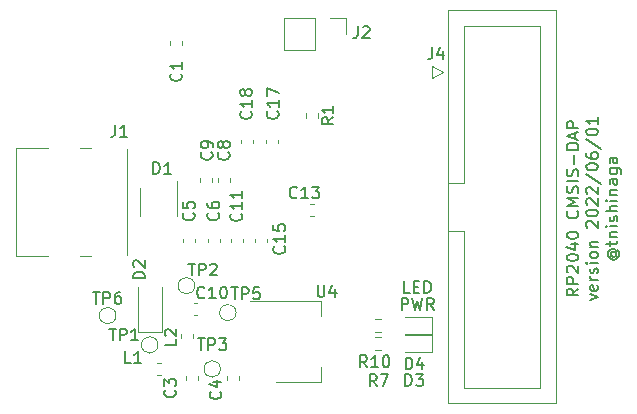
<source format=gto>
G04 #@! TF.GenerationSoftware,KiCad,Pcbnew,(5.1.10-1-10_14)*
G04 #@! TF.CreationDate,2022-06-04T01:49:53+09:00*
G04 #@! TF.ProjectId,cmsis-dap_rp2040,636d7369-732d-4646-9170-5f7270323034,rev?*
G04 #@! TF.SameCoordinates,Original*
G04 #@! TF.FileFunction,Legend,Top*
G04 #@! TF.FilePolarity,Positive*
%FSLAX46Y46*%
G04 Gerber Fmt 4.6, Leading zero omitted, Abs format (unit mm)*
G04 Created by KiCad (PCBNEW (5.1.10-1-10_14)) date 2022-06-04 01:49:53*
%MOMM*%
%LPD*%
G01*
G04 APERTURE LIST*
%ADD10C,0.150000*%
%ADD11C,0.120000*%
G04 APERTURE END LIST*
D10*
X130717142Y-74282380D02*
X130240952Y-74282380D01*
X130240952Y-73282380D01*
X131050476Y-73758571D02*
X131383809Y-73758571D01*
X131526666Y-74282380D02*
X131050476Y-74282380D01*
X131050476Y-73282380D01*
X131526666Y-73282380D01*
X131955238Y-74282380D02*
X131955238Y-73282380D01*
X132193333Y-73282380D01*
X132336190Y-73330000D01*
X132431428Y-73425238D01*
X132479047Y-73520476D01*
X132526666Y-73710952D01*
X132526666Y-73853809D01*
X132479047Y-74044285D01*
X132431428Y-74139523D01*
X132336190Y-74234761D01*
X132193333Y-74282380D01*
X131955238Y-74282380D01*
X130026666Y-75702380D02*
X130026666Y-74702380D01*
X130407619Y-74702380D01*
X130502857Y-74750000D01*
X130550476Y-74797619D01*
X130598095Y-74892857D01*
X130598095Y-75035714D01*
X130550476Y-75130952D01*
X130502857Y-75178571D01*
X130407619Y-75226190D01*
X130026666Y-75226190D01*
X130931428Y-74702380D02*
X131169523Y-75702380D01*
X131360000Y-74988095D01*
X131550476Y-75702380D01*
X131788571Y-74702380D01*
X132740952Y-75702380D02*
X132407619Y-75226190D01*
X132169523Y-75702380D02*
X132169523Y-74702380D01*
X132550476Y-74702380D01*
X132645714Y-74750000D01*
X132693333Y-74797619D01*
X132740952Y-74892857D01*
X132740952Y-75035714D01*
X132693333Y-75130952D01*
X132645714Y-75178571D01*
X132550476Y-75226190D01*
X132169523Y-75226190D01*
X145002380Y-73905714D02*
X144526190Y-74239047D01*
X145002380Y-74477142D02*
X144002380Y-74477142D01*
X144002380Y-74096190D01*
X144050000Y-74000952D01*
X144097619Y-73953333D01*
X144192857Y-73905714D01*
X144335714Y-73905714D01*
X144430952Y-73953333D01*
X144478571Y-74000952D01*
X144526190Y-74096190D01*
X144526190Y-74477142D01*
X145002380Y-73477142D02*
X144002380Y-73477142D01*
X144002380Y-73096190D01*
X144050000Y-73000952D01*
X144097619Y-72953333D01*
X144192857Y-72905714D01*
X144335714Y-72905714D01*
X144430952Y-72953333D01*
X144478571Y-73000952D01*
X144526190Y-73096190D01*
X144526190Y-73477142D01*
X144097619Y-72524761D02*
X144050000Y-72477142D01*
X144002380Y-72381904D01*
X144002380Y-72143809D01*
X144050000Y-72048571D01*
X144097619Y-72000952D01*
X144192857Y-71953333D01*
X144288095Y-71953333D01*
X144430952Y-72000952D01*
X145002380Y-72572380D01*
X145002380Y-71953333D01*
X144002380Y-71334285D02*
X144002380Y-71239047D01*
X144050000Y-71143809D01*
X144097619Y-71096190D01*
X144192857Y-71048571D01*
X144383333Y-71000952D01*
X144621428Y-71000952D01*
X144811904Y-71048571D01*
X144907142Y-71096190D01*
X144954761Y-71143809D01*
X145002380Y-71239047D01*
X145002380Y-71334285D01*
X144954761Y-71429523D01*
X144907142Y-71477142D01*
X144811904Y-71524761D01*
X144621428Y-71572380D01*
X144383333Y-71572380D01*
X144192857Y-71524761D01*
X144097619Y-71477142D01*
X144050000Y-71429523D01*
X144002380Y-71334285D01*
X144335714Y-70143809D02*
X145002380Y-70143809D01*
X143954761Y-70381904D02*
X144669047Y-70620000D01*
X144669047Y-70000952D01*
X144002380Y-69429523D02*
X144002380Y-69334285D01*
X144050000Y-69239047D01*
X144097619Y-69191428D01*
X144192857Y-69143809D01*
X144383333Y-69096190D01*
X144621428Y-69096190D01*
X144811904Y-69143809D01*
X144907142Y-69191428D01*
X144954761Y-69239047D01*
X145002380Y-69334285D01*
X145002380Y-69429523D01*
X144954761Y-69524761D01*
X144907142Y-69572380D01*
X144811904Y-69620000D01*
X144621428Y-69667619D01*
X144383333Y-69667619D01*
X144192857Y-69620000D01*
X144097619Y-69572380D01*
X144050000Y-69524761D01*
X144002380Y-69429523D01*
X144907142Y-67334285D02*
X144954761Y-67381904D01*
X145002380Y-67524761D01*
X145002380Y-67620000D01*
X144954761Y-67762857D01*
X144859523Y-67858095D01*
X144764285Y-67905714D01*
X144573809Y-67953333D01*
X144430952Y-67953333D01*
X144240476Y-67905714D01*
X144145238Y-67858095D01*
X144050000Y-67762857D01*
X144002380Y-67620000D01*
X144002380Y-67524761D01*
X144050000Y-67381904D01*
X144097619Y-67334285D01*
X145002380Y-66905714D02*
X144002380Y-66905714D01*
X144716666Y-66572380D01*
X144002380Y-66239047D01*
X145002380Y-66239047D01*
X144954761Y-65810476D02*
X145002380Y-65667619D01*
X145002380Y-65429523D01*
X144954761Y-65334285D01*
X144907142Y-65286666D01*
X144811904Y-65239047D01*
X144716666Y-65239047D01*
X144621428Y-65286666D01*
X144573809Y-65334285D01*
X144526190Y-65429523D01*
X144478571Y-65620000D01*
X144430952Y-65715238D01*
X144383333Y-65762857D01*
X144288095Y-65810476D01*
X144192857Y-65810476D01*
X144097619Y-65762857D01*
X144050000Y-65715238D01*
X144002380Y-65620000D01*
X144002380Y-65381904D01*
X144050000Y-65239047D01*
X145002380Y-64810476D02*
X144002380Y-64810476D01*
X144954761Y-64381904D02*
X145002380Y-64239047D01*
X145002380Y-64000952D01*
X144954761Y-63905714D01*
X144907142Y-63858095D01*
X144811904Y-63810476D01*
X144716666Y-63810476D01*
X144621428Y-63858095D01*
X144573809Y-63905714D01*
X144526190Y-64000952D01*
X144478571Y-64191428D01*
X144430952Y-64286666D01*
X144383333Y-64334285D01*
X144288095Y-64381904D01*
X144192857Y-64381904D01*
X144097619Y-64334285D01*
X144050000Y-64286666D01*
X144002380Y-64191428D01*
X144002380Y-63953333D01*
X144050000Y-63810476D01*
X144621428Y-63381904D02*
X144621428Y-62620000D01*
X145002380Y-62143809D02*
X144002380Y-62143809D01*
X144002380Y-61905714D01*
X144050000Y-61762857D01*
X144145238Y-61667619D01*
X144240476Y-61620000D01*
X144430952Y-61572380D01*
X144573809Y-61572380D01*
X144764285Y-61620000D01*
X144859523Y-61667619D01*
X144954761Y-61762857D01*
X145002380Y-61905714D01*
X145002380Y-62143809D01*
X144716666Y-61191428D02*
X144716666Y-60715238D01*
X145002380Y-61286666D02*
X144002380Y-60953333D01*
X145002380Y-60620000D01*
X145002380Y-60286666D02*
X144002380Y-60286666D01*
X144002380Y-59905714D01*
X144050000Y-59810476D01*
X144097619Y-59762857D01*
X144192857Y-59715238D01*
X144335714Y-59715238D01*
X144430952Y-59762857D01*
X144478571Y-59810476D01*
X144526190Y-59905714D01*
X144526190Y-60286666D01*
X145985714Y-74881904D02*
X146652380Y-74643809D01*
X145985714Y-74405714D01*
X146604761Y-73643809D02*
X146652380Y-73739047D01*
X146652380Y-73929523D01*
X146604761Y-74024761D01*
X146509523Y-74072380D01*
X146128571Y-74072380D01*
X146033333Y-74024761D01*
X145985714Y-73929523D01*
X145985714Y-73739047D01*
X146033333Y-73643809D01*
X146128571Y-73596190D01*
X146223809Y-73596190D01*
X146319047Y-74072380D01*
X146652380Y-73167619D02*
X145985714Y-73167619D01*
X146176190Y-73167619D02*
X146080952Y-73120000D01*
X146033333Y-73072380D01*
X145985714Y-72977142D01*
X145985714Y-72881904D01*
X146604761Y-72596190D02*
X146652380Y-72500952D01*
X146652380Y-72310476D01*
X146604761Y-72215238D01*
X146509523Y-72167619D01*
X146461904Y-72167619D01*
X146366666Y-72215238D01*
X146319047Y-72310476D01*
X146319047Y-72453333D01*
X146271428Y-72548571D01*
X146176190Y-72596190D01*
X146128571Y-72596190D01*
X146033333Y-72548571D01*
X145985714Y-72453333D01*
X145985714Y-72310476D01*
X146033333Y-72215238D01*
X146652380Y-71739047D02*
X145985714Y-71739047D01*
X145652380Y-71739047D02*
X145700000Y-71786666D01*
X145747619Y-71739047D01*
X145700000Y-71691428D01*
X145652380Y-71739047D01*
X145747619Y-71739047D01*
X146652380Y-71120000D02*
X146604761Y-71215238D01*
X146557142Y-71262857D01*
X146461904Y-71310476D01*
X146176190Y-71310476D01*
X146080952Y-71262857D01*
X146033333Y-71215238D01*
X145985714Y-71120000D01*
X145985714Y-70977142D01*
X146033333Y-70881904D01*
X146080952Y-70834285D01*
X146176190Y-70786666D01*
X146461904Y-70786666D01*
X146557142Y-70834285D01*
X146604761Y-70881904D01*
X146652380Y-70977142D01*
X146652380Y-71120000D01*
X145985714Y-70358095D02*
X146652380Y-70358095D01*
X146080952Y-70358095D02*
X146033333Y-70310476D01*
X145985714Y-70215238D01*
X145985714Y-70072380D01*
X146033333Y-69977142D01*
X146128571Y-69929523D01*
X146652380Y-69929523D01*
X145747619Y-68739047D02*
X145700000Y-68691428D01*
X145652380Y-68596190D01*
X145652380Y-68358095D01*
X145700000Y-68262857D01*
X145747619Y-68215238D01*
X145842857Y-68167619D01*
X145938095Y-68167619D01*
X146080952Y-68215238D01*
X146652380Y-68786666D01*
X146652380Y-68167619D01*
X145652380Y-67548571D02*
X145652380Y-67453333D01*
X145700000Y-67358095D01*
X145747619Y-67310476D01*
X145842857Y-67262857D01*
X146033333Y-67215238D01*
X146271428Y-67215238D01*
X146461904Y-67262857D01*
X146557142Y-67310476D01*
X146604761Y-67358095D01*
X146652380Y-67453333D01*
X146652380Y-67548571D01*
X146604761Y-67643809D01*
X146557142Y-67691428D01*
X146461904Y-67739047D01*
X146271428Y-67786666D01*
X146033333Y-67786666D01*
X145842857Y-67739047D01*
X145747619Y-67691428D01*
X145700000Y-67643809D01*
X145652380Y-67548571D01*
X145747619Y-66834285D02*
X145700000Y-66786666D01*
X145652380Y-66691428D01*
X145652380Y-66453333D01*
X145700000Y-66358095D01*
X145747619Y-66310476D01*
X145842857Y-66262857D01*
X145938095Y-66262857D01*
X146080952Y-66310476D01*
X146652380Y-66881904D01*
X146652380Y-66262857D01*
X145747619Y-65881904D02*
X145700000Y-65834285D01*
X145652380Y-65739047D01*
X145652380Y-65500952D01*
X145700000Y-65405714D01*
X145747619Y-65358095D01*
X145842857Y-65310476D01*
X145938095Y-65310476D01*
X146080952Y-65358095D01*
X146652380Y-65929523D01*
X146652380Y-65310476D01*
X145604761Y-64167619D02*
X146890476Y-65024761D01*
X145652380Y-63643809D02*
X145652380Y-63548571D01*
X145700000Y-63453333D01*
X145747619Y-63405714D01*
X145842857Y-63358095D01*
X146033333Y-63310476D01*
X146271428Y-63310476D01*
X146461904Y-63358095D01*
X146557142Y-63405714D01*
X146604761Y-63453333D01*
X146652380Y-63548571D01*
X146652380Y-63643809D01*
X146604761Y-63739047D01*
X146557142Y-63786666D01*
X146461904Y-63834285D01*
X146271428Y-63881904D01*
X146033333Y-63881904D01*
X145842857Y-63834285D01*
X145747619Y-63786666D01*
X145700000Y-63739047D01*
X145652380Y-63643809D01*
X145652380Y-62453333D02*
X145652380Y-62643809D01*
X145700000Y-62739047D01*
X145747619Y-62786666D01*
X145890476Y-62881904D01*
X146080952Y-62929523D01*
X146461904Y-62929523D01*
X146557142Y-62881904D01*
X146604761Y-62834285D01*
X146652380Y-62739047D01*
X146652380Y-62548571D01*
X146604761Y-62453333D01*
X146557142Y-62405714D01*
X146461904Y-62358095D01*
X146223809Y-62358095D01*
X146128571Y-62405714D01*
X146080952Y-62453333D01*
X146033333Y-62548571D01*
X146033333Y-62739047D01*
X146080952Y-62834285D01*
X146128571Y-62881904D01*
X146223809Y-62929523D01*
X145604761Y-61215238D02*
X146890476Y-62072380D01*
X145652380Y-60691428D02*
X145652380Y-60596190D01*
X145700000Y-60500952D01*
X145747619Y-60453333D01*
X145842857Y-60405714D01*
X146033333Y-60358095D01*
X146271428Y-60358095D01*
X146461904Y-60405714D01*
X146557142Y-60453333D01*
X146604761Y-60500952D01*
X146652380Y-60596190D01*
X146652380Y-60691428D01*
X146604761Y-60786666D01*
X146557142Y-60834285D01*
X146461904Y-60881904D01*
X146271428Y-60929523D01*
X146033333Y-60929523D01*
X145842857Y-60881904D01*
X145747619Y-60834285D01*
X145700000Y-60786666D01*
X145652380Y-60691428D01*
X146652380Y-59405714D02*
X146652380Y-59977142D01*
X146652380Y-59691428D02*
X145652380Y-59691428D01*
X145795238Y-59786666D01*
X145890476Y-59881904D01*
X145938095Y-59977142D01*
X147826190Y-70786666D02*
X147778571Y-70834285D01*
X147730952Y-70929523D01*
X147730952Y-71024761D01*
X147778571Y-71120000D01*
X147826190Y-71167619D01*
X147921428Y-71215238D01*
X148016666Y-71215238D01*
X148111904Y-71167619D01*
X148159523Y-71120000D01*
X148207142Y-71024761D01*
X148207142Y-70929523D01*
X148159523Y-70834285D01*
X148111904Y-70786666D01*
X147730952Y-70786666D02*
X148111904Y-70786666D01*
X148159523Y-70739047D01*
X148159523Y-70691428D01*
X148111904Y-70596190D01*
X148016666Y-70548571D01*
X147778571Y-70548571D01*
X147635714Y-70643809D01*
X147540476Y-70786666D01*
X147492857Y-70977142D01*
X147540476Y-71167619D01*
X147635714Y-71310476D01*
X147778571Y-71405714D01*
X147969047Y-71453333D01*
X148159523Y-71405714D01*
X148302380Y-71310476D01*
X148397619Y-71167619D01*
X148445238Y-70977142D01*
X148397619Y-70786666D01*
X148302380Y-70643809D01*
X147635714Y-70262857D02*
X147635714Y-69881904D01*
X147302380Y-70120000D02*
X148159523Y-70120000D01*
X148254761Y-70072380D01*
X148302380Y-69977142D01*
X148302380Y-69881904D01*
X147635714Y-69548571D02*
X148302380Y-69548571D01*
X147730952Y-69548571D02*
X147683333Y-69500952D01*
X147635714Y-69405714D01*
X147635714Y-69262857D01*
X147683333Y-69167619D01*
X147778571Y-69120000D01*
X148302380Y-69120000D01*
X148302380Y-68643809D02*
X147635714Y-68643809D01*
X147302380Y-68643809D02*
X147350000Y-68691428D01*
X147397619Y-68643809D01*
X147350000Y-68596190D01*
X147302380Y-68643809D01*
X147397619Y-68643809D01*
X148254761Y-68215238D02*
X148302380Y-68120000D01*
X148302380Y-67929523D01*
X148254761Y-67834285D01*
X148159523Y-67786666D01*
X148111904Y-67786666D01*
X148016666Y-67834285D01*
X147969047Y-67929523D01*
X147969047Y-68072380D01*
X147921428Y-68167619D01*
X147826190Y-68215238D01*
X147778571Y-68215238D01*
X147683333Y-68167619D01*
X147635714Y-68072380D01*
X147635714Y-67929523D01*
X147683333Y-67834285D01*
X148302380Y-67358095D02*
X147302380Y-67358095D01*
X148302380Y-66929523D02*
X147778571Y-66929523D01*
X147683333Y-66977142D01*
X147635714Y-67072380D01*
X147635714Y-67215238D01*
X147683333Y-67310476D01*
X147730952Y-67358095D01*
X148302380Y-66453333D02*
X147635714Y-66453333D01*
X147302380Y-66453333D02*
X147350000Y-66500952D01*
X147397619Y-66453333D01*
X147350000Y-66405714D01*
X147302380Y-66453333D01*
X147397619Y-66453333D01*
X147635714Y-65977142D02*
X148302380Y-65977142D01*
X147730952Y-65977142D02*
X147683333Y-65929523D01*
X147635714Y-65834285D01*
X147635714Y-65691428D01*
X147683333Y-65596190D01*
X147778571Y-65548571D01*
X148302380Y-65548571D01*
X148302380Y-64643809D02*
X147778571Y-64643809D01*
X147683333Y-64691428D01*
X147635714Y-64786666D01*
X147635714Y-64977142D01*
X147683333Y-65072380D01*
X148254761Y-64643809D02*
X148302380Y-64739047D01*
X148302380Y-64977142D01*
X148254761Y-65072380D01*
X148159523Y-65120000D01*
X148064285Y-65120000D01*
X147969047Y-65072380D01*
X147921428Y-64977142D01*
X147921428Y-64739047D01*
X147873809Y-64643809D01*
X147635714Y-63739047D02*
X148445238Y-63739047D01*
X148540476Y-63786666D01*
X148588095Y-63834285D01*
X148635714Y-63929523D01*
X148635714Y-64072380D01*
X148588095Y-64167619D01*
X148254761Y-63739047D02*
X148302380Y-63834285D01*
X148302380Y-64024761D01*
X148254761Y-64120000D01*
X148207142Y-64167619D01*
X148111904Y-64215238D01*
X147826190Y-64215238D01*
X147730952Y-64167619D01*
X147683333Y-64120000D01*
X147635714Y-64024761D01*
X147635714Y-63834285D01*
X147683333Y-63739047D01*
X148302380Y-62834285D02*
X147778571Y-62834285D01*
X147683333Y-62881904D01*
X147635714Y-62977142D01*
X147635714Y-63167619D01*
X147683333Y-63262857D01*
X148254761Y-62834285D02*
X148302380Y-62929523D01*
X148302380Y-63167619D01*
X148254761Y-63262857D01*
X148159523Y-63310476D01*
X148064285Y-63310476D01*
X147969047Y-63262857D01*
X147921428Y-63167619D01*
X147921428Y-62929523D01*
X147873809Y-62834285D01*
D11*
G04 #@! TO.C,C5*
X111480000Y-69950580D02*
X111480000Y-69669420D01*
X112500000Y-69950580D02*
X112500000Y-69669420D01*
G04 #@! TO.C,C13*
X122590580Y-67790000D02*
X122309420Y-67790000D01*
X122590580Y-66770000D02*
X122309420Y-66770000D01*
G04 #@! TO.C,J2*
X120110000Y-51020000D02*
X120110000Y-53680000D01*
X122710000Y-51020000D02*
X120110000Y-51020000D01*
X122710000Y-53680000D02*
X120110000Y-53680000D01*
X122710000Y-51020000D02*
X122710000Y-53680000D01*
X123980000Y-51020000D02*
X125310000Y-51020000D01*
X125310000Y-51020000D02*
X125310000Y-52350000D01*
G04 #@! TO.C,TP1*
X109400000Y-78670000D02*
G75*
G03*
X109400000Y-78670000I-700000J0D01*
G01*
G04 #@! TO.C,TP6*
X105840000Y-76190000D02*
G75*
G03*
X105840000Y-76190000I-700000J0D01*
G01*
G04 #@! TO.C,R7*
X127812742Y-78027500D02*
X128287258Y-78027500D01*
X127812742Y-79072500D02*
X128287258Y-79072500D01*
G04 #@! TO.C,D3*
X130280000Y-79285000D02*
X132565000Y-79285000D01*
X132565000Y-79285000D02*
X132565000Y-77815000D01*
X132565000Y-77815000D02*
X130280000Y-77815000D01*
G04 #@! TO.C,D2*
X107700000Y-77590000D02*
X109700000Y-77590000D01*
X109700000Y-77590000D02*
X109700000Y-73740000D01*
X107700000Y-77590000D02*
X107700000Y-73740000D01*
G04 #@! TO.C,C18*
X116410000Y-61329420D02*
X116410000Y-61610580D01*
X117430000Y-61329420D02*
X117430000Y-61610580D01*
G04 #@! TO.C,J4*
X132570000Y-56060000D02*
X133570000Y-55560000D01*
X132570000Y-55060000D02*
X132570000Y-56060000D01*
X133570000Y-55560000D02*
X132570000Y-55060000D01*
X135270000Y-69040000D02*
X133960000Y-69040000D01*
X135270000Y-69040000D02*
X135270000Y-69040000D01*
X135270000Y-82330000D02*
X135270000Y-69040000D01*
X141770000Y-82330000D02*
X135270000Y-82330000D01*
X141770000Y-51650000D02*
X141770000Y-82330000D01*
X135270000Y-51650000D02*
X141770000Y-51650000D01*
X135270000Y-64940000D02*
X135270000Y-51650000D01*
X133960000Y-64940000D02*
X135270000Y-64940000D01*
X133960000Y-83630000D02*
X133960000Y-50350000D01*
X143080000Y-83630000D02*
X133960000Y-83630000D01*
X143080000Y-50350000D02*
X143080000Y-83630000D01*
X133960000Y-50350000D02*
X143080000Y-50350000D01*
G04 #@! TO.C,L2*
X112330000Y-78102779D02*
X112330000Y-77777221D01*
X111310000Y-78102779D02*
X111310000Y-77777221D01*
G04 #@! TO.C,U4*
X123180000Y-81820000D02*
X123180000Y-80560000D01*
X123180000Y-75000000D02*
X123180000Y-76260000D01*
X119420000Y-81820000D02*
X123180000Y-81820000D01*
X117170000Y-75000000D02*
X123180000Y-75000000D01*
G04 #@! TO.C,TP5*
X116016000Y-75946000D02*
G75*
G03*
X116016000Y-75946000I-700000J0D01*
G01*
G04 #@! TO.C,TP3*
X114690000Y-80710000D02*
G75*
G03*
X114690000Y-80710000I-700000J0D01*
G01*
G04 #@! TO.C,TP2*
X112510000Y-73660000D02*
G75*
G03*
X112510000Y-73660000I-700000J0D01*
G01*
G04 #@! TO.C,R10*
X127812742Y-76497500D02*
X128287258Y-76497500D01*
X127812742Y-77542500D02*
X128287258Y-77542500D01*
G04 #@! TO.C,R1*
X121917500Y-59487258D02*
X121917500Y-59012742D01*
X122962500Y-59487258D02*
X122962500Y-59012742D01*
G04 #@! TO.C,L1*
X109337221Y-80210000D02*
X109662779Y-80210000D01*
X109337221Y-81230000D02*
X109662779Y-81230000D01*
G04 #@! TO.C,J1*
X97370000Y-61980000D02*
X97370000Y-71170000D01*
X106780000Y-62100000D02*
X106780000Y-71050000D01*
X100100000Y-71170000D02*
X97370000Y-71170000D01*
X100100000Y-61980000D02*
X97370000Y-61980000D01*
X103700000Y-71170000D02*
X102800000Y-71170000D01*
X103700000Y-61980000D02*
X102800000Y-61980000D01*
G04 #@! TO.C,D4*
X130276000Y-77761000D02*
X132561000Y-77761000D01*
X132561000Y-77761000D02*
X132561000Y-76291000D01*
X132561000Y-76291000D02*
X130276000Y-76291000D01*
G04 #@! TO.C,D1*
X107890000Y-65390000D02*
X107890000Y-67790000D01*
X110990000Y-67790000D02*
X110990000Y-64840000D01*
G04 #@! TO.C,C17*
X119590000Y-61327420D02*
X119590000Y-61608580D01*
X118570000Y-61327420D02*
X118570000Y-61608580D01*
G04 #@! TO.C,C15*
X118640000Y-69950580D02*
X118640000Y-69669420D01*
X117620000Y-69950580D02*
X117620000Y-69669420D01*
G04 #@! TO.C,C11*
X116630000Y-69960580D02*
X116630000Y-69679420D01*
X115610000Y-69960580D02*
X115610000Y-69679420D01*
G04 #@! TO.C,C10*
X112439420Y-75150000D02*
X112720580Y-75150000D01*
X112439420Y-76170000D02*
X112720580Y-76170000D01*
G04 #@! TO.C,C9*
X114000000Y-64579420D02*
X114000000Y-64860580D01*
X112980000Y-64579420D02*
X112980000Y-64860580D01*
G04 #@! TO.C,C8*
X115510000Y-64579420D02*
X115510000Y-64860580D01*
X114490000Y-64579420D02*
X114490000Y-64860580D01*
G04 #@! TO.C,C6*
X114620000Y-69950580D02*
X114620000Y-69669420D01*
X113600000Y-69950580D02*
X113600000Y-69669420D01*
G04 #@! TO.C,C4*
X116230000Y-81349420D02*
X116230000Y-81630580D01*
X115210000Y-81349420D02*
X115210000Y-81630580D01*
G04 #@! TO.C,C3*
X112770000Y-81339420D02*
X112770000Y-81620580D01*
X111750000Y-81339420D02*
X111750000Y-81620580D01*
G04 #@! TO.C,C1*
X111420000Y-52979420D02*
X111420000Y-53260580D01*
X110400000Y-52979420D02*
X110400000Y-53260580D01*
G04 #@! TO.C,C5*
D10*
X112407142Y-67506666D02*
X112454761Y-67554285D01*
X112502380Y-67697142D01*
X112502380Y-67792380D01*
X112454761Y-67935238D01*
X112359523Y-68030476D01*
X112264285Y-68078095D01*
X112073809Y-68125714D01*
X111930952Y-68125714D01*
X111740476Y-68078095D01*
X111645238Y-68030476D01*
X111550000Y-67935238D01*
X111502380Y-67792380D01*
X111502380Y-67697142D01*
X111550000Y-67554285D01*
X111597619Y-67506666D01*
X111502380Y-66601904D02*
X111502380Y-67078095D01*
X111978571Y-67125714D01*
X111930952Y-67078095D01*
X111883333Y-66982857D01*
X111883333Y-66744761D01*
X111930952Y-66649523D01*
X111978571Y-66601904D01*
X112073809Y-66554285D01*
X112311904Y-66554285D01*
X112407142Y-66601904D01*
X112454761Y-66649523D01*
X112502380Y-66744761D01*
X112502380Y-66982857D01*
X112454761Y-67078095D01*
X112407142Y-67125714D01*
G04 #@! TO.C,C13*
X121167142Y-66177142D02*
X121119523Y-66224761D01*
X120976666Y-66272380D01*
X120881428Y-66272380D01*
X120738571Y-66224761D01*
X120643333Y-66129523D01*
X120595714Y-66034285D01*
X120548095Y-65843809D01*
X120548095Y-65700952D01*
X120595714Y-65510476D01*
X120643333Y-65415238D01*
X120738571Y-65320000D01*
X120881428Y-65272380D01*
X120976666Y-65272380D01*
X121119523Y-65320000D01*
X121167142Y-65367619D01*
X122119523Y-66272380D02*
X121548095Y-66272380D01*
X121833809Y-66272380D02*
X121833809Y-65272380D01*
X121738571Y-65415238D01*
X121643333Y-65510476D01*
X121548095Y-65558095D01*
X122452857Y-65272380D02*
X123071904Y-65272380D01*
X122738571Y-65653333D01*
X122881428Y-65653333D01*
X122976666Y-65700952D01*
X123024285Y-65748571D01*
X123071904Y-65843809D01*
X123071904Y-66081904D01*
X123024285Y-66177142D01*
X122976666Y-66224761D01*
X122881428Y-66272380D01*
X122595714Y-66272380D01*
X122500476Y-66224761D01*
X122452857Y-66177142D01*
G04 #@! TO.C,J2*
X126316666Y-51702380D02*
X126316666Y-52416666D01*
X126269047Y-52559523D01*
X126173809Y-52654761D01*
X126030952Y-52702380D01*
X125935714Y-52702380D01*
X126745238Y-51797619D02*
X126792857Y-51750000D01*
X126888095Y-51702380D01*
X127126190Y-51702380D01*
X127221428Y-51750000D01*
X127269047Y-51797619D01*
X127316666Y-51892857D01*
X127316666Y-51988095D01*
X127269047Y-52130952D01*
X126697619Y-52702380D01*
X127316666Y-52702380D01*
G04 #@! TO.C,TP1*
X105278095Y-77302380D02*
X105849523Y-77302380D01*
X105563809Y-78302380D02*
X105563809Y-77302380D01*
X106182857Y-78302380D02*
X106182857Y-77302380D01*
X106563809Y-77302380D01*
X106659047Y-77350000D01*
X106706666Y-77397619D01*
X106754285Y-77492857D01*
X106754285Y-77635714D01*
X106706666Y-77730952D01*
X106659047Y-77778571D01*
X106563809Y-77826190D01*
X106182857Y-77826190D01*
X107706666Y-78302380D02*
X107135238Y-78302380D01*
X107420952Y-78302380D02*
X107420952Y-77302380D01*
X107325714Y-77445238D01*
X107230476Y-77540476D01*
X107135238Y-77588095D01*
G04 #@! TO.C,TP6*
X103878095Y-74194380D02*
X104449523Y-74194380D01*
X104163809Y-75194380D02*
X104163809Y-74194380D01*
X104782857Y-75194380D02*
X104782857Y-74194380D01*
X105163809Y-74194380D01*
X105259047Y-74242000D01*
X105306666Y-74289619D01*
X105354285Y-74384857D01*
X105354285Y-74527714D01*
X105306666Y-74622952D01*
X105259047Y-74670571D01*
X105163809Y-74718190D01*
X104782857Y-74718190D01*
X106211428Y-74194380D02*
X106020952Y-74194380D01*
X105925714Y-74242000D01*
X105878095Y-74289619D01*
X105782857Y-74432476D01*
X105735238Y-74622952D01*
X105735238Y-75003904D01*
X105782857Y-75099142D01*
X105830476Y-75146761D01*
X105925714Y-75194380D01*
X106116190Y-75194380D01*
X106211428Y-75146761D01*
X106259047Y-75099142D01*
X106306666Y-75003904D01*
X106306666Y-74765809D01*
X106259047Y-74670571D01*
X106211428Y-74622952D01*
X106116190Y-74575333D01*
X105925714Y-74575333D01*
X105830476Y-74622952D01*
X105782857Y-74670571D01*
X105735238Y-74765809D01*
G04 #@! TO.C,R7*
X127913333Y-82172380D02*
X127580000Y-81696190D01*
X127341904Y-82172380D02*
X127341904Y-81172380D01*
X127722857Y-81172380D01*
X127818095Y-81220000D01*
X127865714Y-81267619D01*
X127913333Y-81362857D01*
X127913333Y-81505714D01*
X127865714Y-81600952D01*
X127818095Y-81648571D01*
X127722857Y-81696190D01*
X127341904Y-81696190D01*
X128246666Y-81172380D02*
X128913333Y-81172380D01*
X128484761Y-82172380D01*
G04 #@! TO.C,D3*
X130331904Y-82152380D02*
X130331904Y-81152380D01*
X130570000Y-81152380D01*
X130712857Y-81200000D01*
X130808095Y-81295238D01*
X130855714Y-81390476D01*
X130903333Y-81580952D01*
X130903333Y-81723809D01*
X130855714Y-81914285D01*
X130808095Y-82009523D01*
X130712857Y-82104761D01*
X130570000Y-82152380D01*
X130331904Y-82152380D01*
X131236666Y-81152380D02*
X131855714Y-81152380D01*
X131522380Y-81533333D01*
X131665238Y-81533333D01*
X131760476Y-81580952D01*
X131808095Y-81628571D01*
X131855714Y-81723809D01*
X131855714Y-81961904D01*
X131808095Y-82057142D01*
X131760476Y-82104761D01*
X131665238Y-82152380D01*
X131379523Y-82152380D01*
X131284285Y-82104761D01*
X131236666Y-82057142D01*
G04 #@! TO.C,D2*
X108282380Y-73038095D02*
X107282380Y-73038095D01*
X107282380Y-72800000D01*
X107330000Y-72657142D01*
X107425238Y-72561904D01*
X107520476Y-72514285D01*
X107710952Y-72466666D01*
X107853809Y-72466666D01*
X108044285Y-72514285D01*
X108139523Y-72561904D01*
X108234761Y-72657142D01*
X108282380Y-72800000D01*
X108282380Y-73038095D01*
X107377619Y-72085714D02*
X107330000Y-72038095D01*
X107282380Y-71942857D01*
X107282380Y-71704761D01*
X107330000Y-71609523D01*
X107377619Y-71561904D01*
X107472857Y-71514285D01*
X107568095Y-71514285D01*
X107710952Y-71561904D01*
X108282380Y-72133333D01*
X108282380Y-71514285D01*
G04 #@! TO.C,C18*
X117267142Y-58912857D02*
X117314761Y-58960476D01*
X117362380Y-59103333D01*
X117362380Y-59198571D01*
X117314761Y-59341428D01*
X117219523Y-59436666D01*
X117124285Y-59484285D01*
X116933809Y-59531904D01*
X116790952Y-59531904D01*
X116600476Y-59484285D01*
X116505238Y-59436666D01*
X116410000Y-59341428D01*
X116362380Y-59198571D01*
X116362380Y-59103333D01*
X116410000Y-58960476D01*
X116457619Y-58912857D01*
X117362380Y-57960476D02*
X117362380Y-58531904D01*
X117362380Y-58246190D02*
X116362380Y-58246190D01*
X116505238Y-58341428D01*
X116600476Y-58436666D01*
X116648095Y-58531904D01*
X116790952Y-57389047D02*
X116743333Y-57484285D01*
X116695714Y-57531904D01*
X116600476Y-57579523D01*
X116552857Y-57579523D01*
X116457619Y-57531904D01*
X116410000Y-57484285D01*
X116362380Y-57389047D01*
X116362380Y-57198571D01*
X116410000Y-57103333D01*
X116457619Y-57055714D01*
X116552857Y-57008095D01*
X116600476Y-57008095D01*
X116695714Y-57055714D01*
X116743333Y-57103333D01*
X116790952Y-57198571D01*
X116790952Y-57389047D01*
X116838571Y-57484285D01*
X116886190Y-57531904D01*
X116981428Y-57579523D01*
X117171904Y-57579523D01*
X117267142Y-57531904D01*
X117314761Y-57484285D01*
X117362380Y-57389047D01*
X117362380Y-57198571D01*
X117314761Y-57103333D01*
X117267142Y-57055714D01*
X117171904Y-57008095D01*
X116981428Y-57008095D01*
X116886190Y-57055714D01*
X116838571Y-57103333D01*
X116790952Y-57198571D01*
G04 #@! TO.C,J4*
X132606666Y-53492380D02*
X132606666Y-54206666D01*
X132559047Y-54349523D01*
X132463809Y-54444761D01*
X132320952Y-54492380D01*
X132225714Y-54492380D01*
X133511428Y-53825714D02*
X133511428Y-54492380D01*
X133273333Y-53444761D02*
X133035238Y-54159047D01*
X133654285Y-54159047D01*
G04 #@! TO.C,L2*
X110962380Y-78196666D02*
X110962380Y-78672857D01*
X109962380Y-78672857D01*
X110057619Y-77910952D02*
X110010000Y-77863333D01*
X109962380Y-77768095D01*
X109962380Y-77530000D01*
X110010000Y-77434761D01*
X110057619Y-77387142D01*
X110152857Y-77339523D01*
X110248095Y-77339523D01*
X110390952Y-77387142D01*
X110962380Y-77958571D01*
X110962380Y-77339523D01*
G04 #@! TO.C,U4*
X122908095Y-73622380D02*
X122908095Y-74431904D01*
X122955714Y-74527142D01*
X123003333Y-74574761D01*
X123098571Y-74622380D01*
X123289047Y-74622380D01*
X123384285Y-74574761D01*
X123431904Y-74527142D01*
X123479523Y-74431904D01*
X123479523Y-73622380D01*
X124384285Y-73955714D02*
X124384285Y-74622380D01*
X124146190Y-73574761D02*
X123908095Y-74289047D01*
X124527142Y-74289047D01*
G04 #@! TO.C,TP5*
X115598095Y-73812380D02*
X116169523Y-73812380D01*
X115883809Y-74812380D02*
X115883809Y-73812380D01*
X116502857Y-74812380D02*
X116502857Y-73812380D01*
X116883809Y-73812380D01*
X116979047Y-73860000D01*
X117026666Y-73907619D01*
X117074285Y-74002857D01*
X117074285Y-74145714D01*
X117026666Y-74240952D01*
X116979047Y-74288571D01*
X116883809Y-74336190D01*
X116502857Y-74336190D01*
X117979047Y-73812380D02*
X117502857Y-73812380D01*
X117455238Y-74288571D01*
X117502857Y-74240952D01*
X117598095Y-74193333D01*
X117836190Y-74193333D01*
X117931428Y-74240952D01*
X117979047Y-74288571D01*
X118026666Y-74383809D01*
X118026666Y-74621904D01*
X117979047Y-74717142D01*
X117931428Y-74764761D01*
X117836190Y-74812380D01*
X117598095Y-74812380D01*
X117502857Y-74764761D01*
X117455238Y-74717142D01*
G04 #@! TO.C,TP3*
X112768095Y-78122380D02*
X113339523Y-78122380D01*
X113053809Y-79122380D02*
X113053809Y-78122380D01*
X113672857Y-79122380D02*
X113672857Y-78122380D01*
X114053809Y-78122380D01*
X114149047Y-78170000D01*
X114196666Y-78217619D01*
X114244285Y-78312857D01*
X114244285Y-78455714D01*
X114196666Y-78550952D01*
X114149047Y-78598571D01*
X114053809Y-78646190D01*
X113672857Y-78646190D01*
X114577619Y-78122380D02*
X115196666Y-78122380D01*
X114863333Y-78503333D01*
X115006190Y-78503333D01*
X115101428Y-78550952D01*
X115149047Y-78598571D01*
X115196666Y-78693809D01*
X115196666Y-78931904D01*
X115149047Y-79027142D01*
X115101428Y-79074761D01*
X115006190Y-79122380D01*
X114720476Y-79122380D01*
X114625238Y-79074761D01*
X114577619Y-79027142D01*
G04 #@! TO.C,TP2*
X111958095Y-71792380D02*
X112529523Y-71792380D01*
X112243809Y-72792380D02*
X112243809Y-71792380D01*
X112862857Y-72792380D02*
X112862857Y-71792380D01*
X113243809Y-71792380D01*
X113339047Y-71840000D01*
X113386666Y-71887619D01*
X113434285Y-71982857D01*
X113434285Y-72125714D01*
X113386666Y-72220952D01*
X113339047Y-72268571D01*
X113243809Y-72316190D01*
X112862857Y-72316190D01*
X113815238Y-71887619D02*
X113862857Y-71840000D01*
X113958095Y-71792380D01*
X114196190Y-71792380D01*
X114291428Y-71840000D01*
X114339047Y-71887619D01*
X114386666Y-71982857D01*
X114386666Y-72078095D01*
X114339047Y-72220952D01*
X113767619Y-72792380D01*
X114386666Y-72792380D01*
G04 #@! TO.C,R10*
X127087142Y-80572380D02*
X126753809Y-80096190D01*
X126515714Y-80572380D02*
X126515714Y-79572380D01*
X126896666Y-79572380D01*
X126991904Y-79620000D01*
X127039523Y-79667619D01*
X127087142Y-79762857D01*
X127087142Y-79905714D01*
X127039523Y-80000952D01*
X126991904Y-80048571D01*
X126896666Y-80096190D01*
X126515714Y-80096190D01*
X128039523Y-80572380D02*
X127468095Y-80572380D01*
X127753809Y-80572380D02*
X127753809Y-79572380D01*
X127658571Y-79715238D01*
X127563333Y-79810476D01*
X127468095Y-79858095D01*
X128658571Y-79572380D02*
X128753809Y-79572380D01*
X128849047Y-79620000D01*
X128896666Y-79667619D01*
X128944285Y-79762857D01*
X128991904Y-79953333D01*
X128991904Y-80191428D01*
X128944285Y-80381904D01*
X128896666Y-80477142D01*
X128849047Y-80524761D01*
X128753809Y-80572380D01*
X128658571Y-80572380D01*
X128563333Y-80524761D01*
X128515714Y-80477142D01*
X128468095Y-80381904D01*
X128420476Y-80191428D01*
X128420476Y-79953333D01*
X128468095Y-79762857D01*
X128515714Y-79667619D01*
X128563333Y-79620000D01*
X128658571Y-79572380D01*
G04 #@! TO.C,R1*
X124252380Y-59416666D02*
X123776190Y-59750000D01*
X124252380Y-59988095D02*
X123252380Y-59988095D01*
X123252380Y-59607142D01*
X123300000Y-59511904D01*
X123347619Y-59464285D01*
X123442857Y-59416666D01*
X123585714Y-59416666D01*
X123680952Y-59464285D01*
X123728571Y-59511904D01*
X123776190Y-59607142D01*
X123776190Y-59988095D01*
X124252380Y-58464285D02*
X124252380Y-59035714D01*
X124252380Y-58750000D02*
X123252380Y-58750000D01*
X123395238Y-58845238D01*
X123490476Y-58940476D01*
X123538095Y-59035714D01*
G04 #@! TO.C,L1*
X107113333Y-80212380D02*
X106637142Y-80212380D01*
X106637142Y-79212380D01*
X107970476Y-80212380D02*
X107399047Y-80212380D01*
X107684761Y-80212380D02*
X107684761Y-79212380D01*
X107589523Y-79355238D01*
X107494285Y-79450476D01*
X107399047Y-79498095D01*
G04 #@! TO.C,J1*
X105776666Y-60042380D02*
X105776666Y-60756666D01*
X105729047Y-60899523D01*
X105633809Y-60994761D01*
X105490952Y-61042380D01*
X105395714Y-61042380D01*
X106776666Y-61042380D02*
X106205238Y-61042380D01*
X106490952Y-61042380D02*
X106490952Y-60042380D01*
X106395714Y-60185238D01*
X106300476Y-60280476D01*
X106205238Y-60328095D01*
G04 #@! TO.C,D4*
X130361904Y-80752380D02*
X130361904Y-79752380D01*
X130600000Y-79752380D01*
X130742857Y-79800000D01*
X130838095Y-79895238D01*
X130885714Y-79990476D01*
X130933333Y-80180952D01*
X130933333Y-80323809D01*
X130885714Y-80514285D01*
X130838095Y-80609523D01*
X130742857Y-80704761D01*
X130600000Y-80752380D01*
X130361904Y-80752380D01*
X131790476Y-80085714D02*
X131790476Y-80752380D01*
X131552380Y-79704761D02*
X131314285Y-80419047D01*
X131933333Y-80419047D01*
G04 #@! TO.C,D1*
X108989904Y-64206380D02*
X108989904Y-63206380D01*
X109228000Y-63206380D01*
X109370857Y-63254000D01*
X109466095Y-63349238D01*
X109513714Y-63444476D01*
X109561333Y-63634952D01*
X109561333Y-63777809D01*
X109513714Y-63968285D01*
X109466095Y-64063523D01*
X109370857Y-64158761D01*
X109228000Y-64206380D01*
X108989904Y-64206380D01*
X110513714Y-64206380D02*
X109942285Y-64206380D01*
X110228000Y-64206380D02*
X110228000Y-63206380D01*
X110132761Y-63349238D01*
X110037523Y-63444476D01*
X109942285Y-63492095D01*
G04 #@! TO.C,C17*
X119517142Y-58902857D02*
X119564761Y-58950476D01*
X119612380Y-59093333D01*
X119612380Y-59188571D01*
X119564761Y-59331428D01*
X119469523Y-59426666D01*
X119374285Y-59474285D01*
X119183809Y-59521904D01*
X119040952Y-59521904D01*
X118850476Y-59474285D01*
X118755238Y-59426666D01*
X118660000Y-59331428D01*
X118612380Y-59188571D01*
X118612380Y-59093333D01*
X118660000Y-58950476D01*
X118707619Y-58902857D01*
X119612380Y-57950476D02*
X119612380Y-58521904D01*
X119612380Y-58236190D02*
X118612380Y-58236190D01*
X118755238Y-58331428D01*
X118850476Y-58426666D01*
X118898095Y-58521904D01*
X118612380Y-57617142D02*
X118612380Y-56950476D01*
X119612380Y-57379047D01*
G04 #@! TO.C,C15*
X120067142Y-70342857D02*
X120114761Y-70390476D01*
X120162380Y-70533333D01*
X120162380Y-70628571D01*
X120114761Y-70771428D01*
X120019523Y-70866666D01*
X119924285Y-70914285D01*
X119733809Y-70961904D01*
X119590952Y-70961904D01*
X119400476Y-70914285D01*
X119305238Y-70866666D01*
X119210000Y-70771428D01*
X119162380Y-70628571D01*
X119162380Y-70533333D01*
X119210000Y-70390476D01*
X119257619Y-70342857D01*
X120162380Y-69390476D02*
X120162380Y-69961904D01*
X120162380Y-69676190D02*
X119162380Y-69676190D01*
X119305238Y-69771428D01*
X119400476Y-69866666D01*
X119448095Y-69961904D01*
X119162380Y-68485714D02*
X119162380Y-68961904D01*
X119638571Y-69009523D01*
X119590952Y-68961904D01*
X119543333Y-68866666D01*
X119543333Y-68628571D01*
X119590952Y-68533333D01*
X119638571Y-68485714D01*
X119733809Y-68438095D01*
X119971904Y-68438095D01*
X120067142Y-68485714D01*
X120114761Y-68533333D01*
X120162380Y-68628571D01*
X120162380Y-68866666D01*
X120114761Y-68961904D01*
X120067142Y-69009523D01*
G04 #@! TO.C,C11*
X116427142Y-67562857D02*
X116474761Y-67610476D01*
X116522380Y-67753333D01*
X116522380Y-67848571D01*
X116474761Y-67991428D01*
X116379523Y-68086666D01*
X116284285Y-68134285D01*
X116093809Y-68181904D01*
X115950952Y-68181904D01*
X115760476Y-68134285D01*
X115665238Y-68086666D01*
X115570000Y-67991428D01*
X115522380Y-67848571D01*
X115522380Y-67753333D01*
X115570000Y-67610476D01*
X115617619Y-67562857D01*
X116522380Y-66610476D02*
X116522380Y-67181904D01*
X116522380Y-66896190D02*
X115522380Y-66896190D01*
X115665238Y-66991428D01*
X115760476Y-67086666D01*
X115808095Y-67181904D01*
X116522380Y-65658095D02*
X116522380Y-66229523D01*
X116522380Y-65943809D02*
X115522380Y-65943809D01*
X115665238Y-66039047D01*
X115760476Y-66134285D01*
X115808095Y-66229523D01*
G04 #@! TO.C,C10*
X113337142Y-74637142D02*
X113289523Y-74684761D01*
X113146666Y-74732380D01*
X113051428Y-74732380D01*
X112908571Y-74684761D01*
X112813333Y-74589523D01*
X112765714Y-74494285D01*
X112718095Y-74303809D01*
X112718095Y-74160952D01*
X112765714Y-73970476D01*
X112813333Y-73875238D01*
X112908571Y-73780000D01*
X113051428Y-73732380D01*
X113146666Y-73732380D01*
X113289523Y-73780000D01*
X113337142Y-73827619D01*
X114289523Y-74732380D02*
X113718095Y-74732380D01*
X114003809Y-74732380D02*
X114003809Y-73732380D01*
X113908571Y-73875238D01*
X113813333Y-73970476D01*
X113718095Y-74018095D01*
X114908571Y-73732380D02*
X115003809Y-73732380D01*
X115099047Y-73780000D01*
X115146666Y-73827619D01*
X115194285Y-73922857D01*
X115241904Y-74113333D01*
X115241904Y-74351428D01*
X115194285Y-74541904D01*
X115146666Y-74637142D01*
X115099047Y-74684761D01*
X115003809Y-74732380D01*
X114908571Y-74732380D01*
X114813333Y-74684761D01*
X114765714Y-74637142D01*
X114718095Y-74541904D01*
X114670476Y-74351428D01*
X114670476Y-74113333D01*
X114718095Y-73922857D01*
X114765714Y-73827619D01*
X114813333Y-73780000D01*
X114908571Y-73732380D01*
G04 #@! TO.C,C9*
X113927142Y-62366666D02*
X113974761Y-62414285D01*
X114022380Y-62557142D01*
X114022380Y-62652380D01*
X113974761Y-62795238D01*
X113879523Y-62890476D01*
X113784285Y-62938095D01*
X113593809Y-62985714D01*
X113450952Y-62985714D01*
X113260476Y-62938095D01*
X113165238Y-62890476D01*
X113070000Y-62795238D01*
X113022380Y-62652380D01*
X113022380Y-62557142D01*
X113070000Y-62414285D01*
X113117619Y-62366666D01*
X114022380Y-61890476D02*
X114022380Y-61700000D01*
X113974761Y-61604761D01*
X113927142Y-61557142D01*
X113784285Y-61461904D01*
X113593809Y-61414285D01*
X113212857Y-61414285D01*
X113117619Y-61461904D01*
X113070000Y-61509523D01*
X113022380Y-61604761D01*
X113022380Y-61795238D01*
X113070000Y-61890476D01*
X113117619Y-61938095D01*
X113212857Y-61985714D01*
X113450952Y-61985714D01*
X113546190Y-61938095D01*
X113593809Y-61890476D01*
X113641428Y-61795238D01*
X113641428Y-61604761D01*
X113593809Y-61509523D01*
X113546190Y-61461904D01*
X113450952Y-61414285D01*
G04 #@! TO.C,C8*
X115367142Y-62376666D02*
X115414761Y-62424285D01*
X115462380Y-62567142D01*
X115462380Y-62662380D01*
X115414761Y-62805238D01*
X115319523Y-62900476D01*
X115224285Y-62948095D01*
X115033809Y-62995714D01*
X114890952Y-62995714D01*
X114700476Y-62948095D01*
X114605238Y-62900476D01*
X114510000Y-62805238D01*
X114462380Y-62662380D01*
X114462380Y-62567142D01*
X114510000Y-62424285D01*
X114557619Y-62376666D01*
X114890952Y-61805238D02*
X114843333Y-61900476D01*
X114795714Y-61948095D01*
X114700476Y-61995714D01*
X114652857Y-61995714D01*
X114557619Y-61948095D01*
X114510000Y-61900476D01*
X114462380Y-61805238D01*
X114462380Y-61614761D01*
X114510000Y-61519523D01*
X114557619Y-61471904D01*
X114652857Y-61424285D01*
X114700476Y-61424285D01*
X114795714Y-61471904D01*
X114843333Y-61519523D01*
X114890952Y-61614761D01*
X114890952Y-61805238D01*
X114938571Y-61900476D01*
X114986190Y-61948095D01*
X115081428Y-61995714D01*
X115271904Y-61995714D01*
X115367142Y-61948095D01*
X115414761Y-61900476D01*
X115462380Y-61805238D01*
X115462380Y-61614761D01*
X115414761Y-61519523D01*
X115367142Y-61471904D01*
X115271904Y-61424285D01*
X115081428Y-61424285D01*
X114986190Y-61471904D01*
X114938571Y-61519523D01*
X114890952Y-61614761D01*
G04 #@! TO.C,C6*
X114477142Y-67496666D02*
X114524761Y-67544285D01*
X114572380Y-67687142D01*
X114572380Y-67782380D01*
X114524761Y-67925238D01*
X114429523Y-68020476D01*
X114334285Y-68068095D01*
X114143809Y-68115714D01*
X114000952Y-68115714D01*
X113810476Y-68068095D01*
X113715238Y-68020476D01*
X113620000Y-67925238D01*
X113572380Y-67782380D01*
X113572380Y-67687142D01*
X113620000Y-67544285D01*
X113667619Y-67496666D01*
X113572380Y-66639523D02*
X113572380Y-66830000D01*
X113620000Y-66925238D01*
X113667619Y-66972857D01*
X113810476Y-67068095D01*
X114000952Y-67115714D01*
X114381904Y-67115714D01*
X114477142Y-67068095D01*
X114524761Y-67020476D01*
X114572380Y-66925238D01*
X114572380Y-66734761D01*
X114524761Y-66639523D01*
X114477142Y-66591904D01*
X114381904Y-66544285D01*
X114143809Y-66544285D01*
X114048571Y-66591904D01*
X114000952Y-66639523D01*
X113953333Y-66734761D01*
X113953333Y-66925238D01*
X114000952Y-67020476D01*
X114048571Y-67068095D01*
X114143809Y-67115714D01*
G04 #@! TO.C,C4*
X114667142Y-82636666D02*
X114714761Y-82684285D01*
X114762380Y-82827142D01*
X114762380Y-82922380D01*
X114714761Y-83065238D01*
X114619523Y-83160476D01*
X114524285Y-83208095D01*
X114333809Y-83255714D01*
X114190952Y-83255714D01*
X114000476Y-83208095D01*
X113905238Y-83160476D01*
X113810000Y-83065238D01*
X113762380Y-82922380D01*
X113762380Y-82827142D01*
X113810000Y-82684285D01*
X113857619Y-82636666D01*
X114095714Y-81779523D02*
X114762380Y-81779523D01*
X113714761Y-82017619D02*
X114429047Y-82255714D01*
X114429047Y-81636666D01*
G04 #@! TO.C,C3*
X110817142Y-82506666D02*
X110864761Y-82554285D01*
X110912380Y-82697142D01*
X110912380Y-82792380D01*
X110864761Y-82935238D01*
X110769523Y-83030476D01*
X110674285Y-83078095D01*
X110483809Y-83125714D01*
X110340952Y-83125714D01*
X110150476Y-83078095D01*
X110055238Y-83030476D01*
X109960000Y-82935238D01*
X109912380Y-82792380D01*
X109912380Y-82697142D01*
X109960000Y-82554285D01*
X110007619Y-82506666D01*
X109912380Y-82173333D02*
X109912380Y-81554285D01*
X110293333Y-81887619D01*
X110293333Y-81744761D01*
X110340952Y-81649523D01*
X110388571Y-81601904D01*
X110483809Y-81554285D01*
X110721904Y-81554285D01*
X110817142Y-81601904D01*
X110864761Y-81649523D01*
X110912380Y-81744761D01*
X110912380Y-82030476D01*
X110864761Y-82125714D01*
X110817142Y-82173333D01*
G04 #@! TO.C,C1*
X111337142Y-55716666D02*
X111384761Y-55764285D01*
X111432380Y-55907142D01*
X111432380Y-56002380D01*
X111384761Y-56145238D01*
X111289523Y-56240476D01*
X111194285Y-56288095D01*
X111003809Y-56335714D01*
X110860952Y-56335714D01*
X110670476Y-56288095D01*
X110575238Y-56240476D01*
X110480000Y-56145238D01*
X110432380Y-56002380D01*
X110432380Y-55907142D01*
X110480000Y-55764285D01*
X110527619Y-55716666D01*
X111432380Y-54764285D02*
X111432380Y-55335714D01*
X111432380Y-55050000D02*
X110432380Y-55050000D01*
X110575238Y-55145238D01*
X110670476Y-55240476D01*
X110718095Y-55335714D01*
G04 #@! TD*
M02*

</source>
